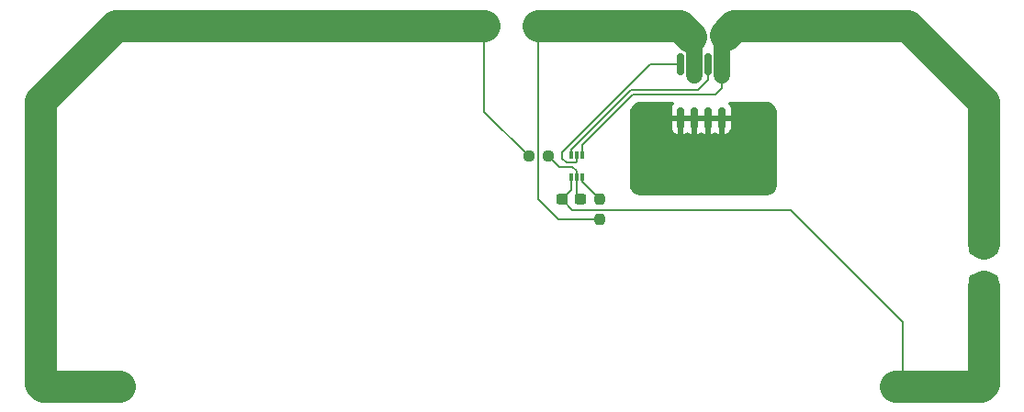
<source format=gtl>
%TF.GenerationSoftware,KiCad,Pcbnew,(6.0.7)*%
%TF.CreationDate,2022-08-26T02:07:21+09:00*%
%TF.ProjectId,CellProtection_S82M1A,43656c6c-5072-46f7-9465-6374696f6e5f,rev?*%
%TF.SameCoordinates,Original*%
%TF.FileFunction,Copper,L1,Top*%
%TF.FilePolarity,Positive*%
%FSLAX46Y46*%
G04 Gerber Fmt 4.6, Leading zero omitted, Abs format (unit mm)*
G04 Created by KiCad (PCBNEW (6.0.7)) date 2022-08-26 02:07:21*
%MOMM*%
%LPD*%
G01*
G04 APERTURE LIST*
G04 Aperture macros list*
%AMRoundRect*
0 Rectangle with rounded corners*
0 $1 Rounding radius*
0 $2 $3 $4 $5 $6 $7 $8 $9 X,Y pos of 4 corners*
0 Add a 4 corners polygon primitive as box body*
4,1,4,$2,$3,$4,$5,$6,$7,$8,$9,$2,$3,0*
0 Add four circle primitives for the rounded corners*
1,1,$1+$1,$2,$3*
1,1,$1+$1,$4,$5*
1,1,$1+$1,$6,$7*
1,1,$1+$1,$8,$9*
0 Add four rect primitives between the rounded corners*
20,1,$1+$1,$2,$3,$4,$5,0*
20,1,$1+$1,$4,$5,$6,$7,0*
20,1,$1+$1,$6,$7,$8,$9,0*
20,1,$1+$1,$8,$9,$2,$3,0*%
G04 Aperture macros list end*
%TA.AperFunction,SMDPad,CuDef*%
%ADD10R,0.300000X0.660000*%
%TD*%
%TA.AperFunction,SMDPad,CuDef*%
%ADD11R,0.300000X0.680000*%
%TD*%
%TA.AperFunction,SMDPad,CuDef*%
%ADD12RoundRect,0.237500X-0.237500X0.250000X-0.237500X-0.250000X0.237500X-0.250000X0.237500X0.250000X0*%
%TD*%
%TA.AperFunction,SMDPad,CuDef*%
%ADD13RoundRect,0.150000X-0.150000X0.825000X-0.150000X-0.825000X0.150000X-0.825000X0.150000X0.825000X0*%
%TD*%
%TA.AperFunction,ComponentPad*%
%ADD14C,2.082800*%
%TD*%
%TA.AperFunction,ComponentPad*%
%ADD15R,1.500000X1.500000*%
%TD*%
%TA.AperFunction,SMDPad,CuDef*%
%ADD16RoundRect,0.237500X0.300000X0.237500X-0.300000X0.237500X-0.300000X-0.237500X0.300000X-0.237500X0*%
%TD*%
%TA.AperFunction,SMDPad,CuDef*%
%ADD17RoundRect,0.250000X-1.075000X0.400000X-1.075000X-0.400000X1.075000X-0.400000X1.075000X0.400000X0*%
%TD*%
%TA.AperFunction,SMDPad,CuDef*%
%ADD18RoundRect,0.237500X0.250000X0.237500X-0.250000X0.237500X-0.250000X-0.237500X0.250000X-0.237500X0*%
%TD*%
%TA.AperFunction,ViaPad*%
%ADD19C,0.600000*%
%TD*%
%TA.AperFunction,Conductor*%
%ADD20C,3.000000*%
%TD*%
%TA.AperFunction,Conductor*%
%ADD21C,0.200000*%
%TD*%
%TA.AperFunction,Conductor*%
%ADD22C,1.500000*%
%TD*%
G04 APERTURE END LIST*
D10*
%TO.P,U1,1,VINI*%
%TO.N,Net-(Q1-Pad1)*%
X151500000Y-80930000D03*
%TO.P,U1,2,CO*%
%TO.N,Net-(Q1-Pad4)*%
X151000000Y-80930000D03*
%TO.P,U1,3,DO*%
%TO.N,Net-(Q1-Pad2)*%
X150500000Y-80930000D03*
D11*
%TO.P,U1,4,VSS*%
%TO.N,Net-(BT1-Pad2)*%
X150500000Y-82960000D03*
%TO.P,U1,5,VDD*%
%TO.N,Net-(C1-Pad1)*%
X151000000Y-82960000D03*
%TO.P,U1,6,VM*%
%TO.N,Net-(R2-Pad1)*%
X151500000Y-82960000D03*
%TD*%
D12*
%TO.P,R2,1*%
%TO.N,Net-(R2-Pad1)*%
X153100000Y-84987500D03*
%TO.P,R2,2*%
%TO.N,Net-(Q1-Pad3)*%
X153100000Y-86812500D03*
%TD*%
D13*
%TO.P,Q1,1,S1*%
%TO.N,Net-(Q1-Pad1)*%
X164405000Y-72525000D03*
%TO.P,Q1,2,G1*%
%TO.N,Net-(Q1-Pad2)*%
X163135000Y-72525000D03*
%TO.P,Q1,3,S2*%
%TO.N,Net-(Q1-Pad3)*%
X161865000Y-72525000D03*
%TO.P,Q1,4,G2*%
%TO.N,Net-(Q1-Pad4)*%
X160595000Y-72525000D03*
%TO.P,Q1,5,D2*%
%TO.N,Net-(Q1-Pad5)*%
X160595000Y-77475000D03*
%TO.P,Q1,6,D2*%
X161865000Y-77475000D03*
%TO.P,Q1,7,D1*%
X163135000Y-77475000D03*
%TO.P,Q1,8,D1*%
X164405000Y-77475000D03*
%TD*%
D14*
%TO.P,BT1,1,+*%
%TO.N,Net-(BT1-Pad1)*%
X108849350Y-102200000D03*
%TO.P,BT1,2,-*%
%TO.N,Net-(BT1-Pad2)*%
X181112350Y-102200000D03*
%TD*%
D15*
%TO.P,TP4,1,1*%
%TO.N,Net-(Q1-Pad3)*%
X147500000Y-69000000D03*
%TD*%
D16*
%TO.P,C1,1*%
%TO.N,Net-(C1-Pad1)*%
X151362500Y-85000000D03*
%TO.P,C1,2*%
%TO.N,Net-(BT1-Pad2)*%
X149637500Y-85000000D03*
%TD*%
D15*
%TO.P,TP2,1,1*%
%TO.N,Net-(BT1-Pad2)*%
X188500000Y-102000000D03*
%TD*%
%TO.P,TP3,1,1*%
%TO.N,Net-(BT1-Pad1)*%
X142500000Y-69000000D03*
%TD*%
D17*
%TO.P,R3,1*%
%TO.N,Net-(Q1-Pad1)*%
X188500000Y-89450000D03*
%TO.P,R3,2*%
%TO.N,Net-(BT1-Pad2)*%
X188500000Y-92550000D03*
%TD*%
D18*
%TO.P,R1,1*%
%TO.N,Net-(C1-Pad1)*%
X148412500Y-81000000D03*
%TO.P,R1,2*%
%TO.N,Net-(BT1-Pad1)*%
X146587500Y-81000000D03*
%TD*%
D15*
%TO.P,TP1,1,1*%
%TO.N,Net-(BT1-Pad1)*%
X101600000Y-102000000D03*
%TD*%
D19*
%TO.N,Net-(Q1-Pad5)*%
X164500000Y-81000000D03*
X164500000Y-83000000D03*
X162500000Y-81000000D03*
X162500000Y-83000000D03*
X160500000Y-81000000D03*
X160500000Y-83000000D03*
X168500000Y-77000000D03*
X168500000Y-81000000D03*
X168500000Y-83000000D03*
X168500000Y-79000000D03*
X166500000Y-77000000D03*
X166500000Y-81000000D03*
X166500000Y-83000000D03*
X166500000Y-79000000D03*
X158500000Y-77000000D03*
X158500000Y-81000000D03*
X158500000Y-83000000D03*
X158500000Y-79000000D03*
X156500000Y-83000000D03*
X156500000Y-81000000D03*
X156500000Y-79000000D03*
X156500000Y-77000000D03*
%TD*%
D20*
%TO.N,Net-(BT1-Pad2)*%
X188500000Y-102000000D02*
X188500000Y-93000000D01*
%TO.N,Net-(Q1-Pad1)*%
X188500000Y-89000000D02*
X188500000Y-76000000D01*
X181500000Y-69000000D02*
X165500000Y-69000000D01*
X165500000Y-69000000D02*
X164700000Y-69800000D01*
X188500000Y-76000000D02*
X181500000Y-69000000D01*
D21*
%TO.N,Net-(BT1-Pad2)*%
X150637500Y-86000000D02*
X170782454Y-86000000D01*
X170782454Y-86000000D02*
X181112350Y-96329895D01*
X181112350Y-96329895D02*
X181112350Y-102200000D01*
X149637500Y-85000000D02*
X150637500Y-86000000D01*
%TO.N,Net-(Q1-Pad1)*%
X156181372Y-75300000D02*
X163800000Y-75300000D01*
X151500000Y-79981372D02*
X156181372Y-75300000D01*
X151500000Y-80930000D02*
X151500000Y-79981372D01*
X163800000Y-75300000D02*
X164405000Y-74695000D01*
X164405000Y-74695000D02*
X164405000Y-72525000D01*
%TO.N,Net-(Q1-Pad3)*%
X149312500Y-86812500D02*
X147500000Y-85000000D01*
X153100000Y-86812500D02*
X149312500Y-86812500D01*
%TO.N,Net-(R2-Pad1)*%
X151500000Y-83387500D02*
X153100000Y-84987500D01*
X151500000Y-82960000D02*
X151500000Y-83387500D01*
%TO.N,Net-(BT1-Pad1)*%
X142500000Y-76912500D02*
X142500000Y-69000000D01*
X146587500Y-81000000D02*
X142500000Y-76912500D01*
%TO.N,Net-(C1-Pad1)*%
X150630000Y-82000000D02*
X151000000Y-82370000D01*
X149412500Y-82000000D02*
X150630000Y-82000000D01*
X148412500Y-81000000D02*
X149412500Y-82000000D01*
X151000000Y-84637500D02*
X151362500Y-85000000D01*
X151000000Y-82960000D02*
X151000000Y-84637500D01*
%TO.N,Net-(BT1-Pad2)*%
X150500000Y-84137500D02*
X149637500Y-85000000D01*
X150500000Y-82960000D02*
X150500000Y-84137500D01*
%TO.N,Net-(Q1-Pad2)*%
X162200000Y-74900000D02*
X163135000Y-73965000D01*
X156015686Y-74900000D02*
X162200000Y-74900000D01*
X150500000Y-80415686D02*
X156015686Y-74900000D01*
X150500000Y-80930000D02*
X150500000Y-80415686D01*
X163135000Y-73965000D02*
X163135000Y-72525000D01*
%TO.N,Net-(Q1-Pad4)*%
X157825000Y-72525000D02*
X160595000Y-72525000D01*
X149700000Y-81200000D02*
X149700000Y-80650000D01*
X150910000Y-81600000D02*
X150100000Y-81600000D01*
X150100000Y-81600000D02*
X149700000Y-81200000D01*
X151000000Y-81510000D02*
X150910000Y-81600000D01*
X151000000Y-80930000D02*
X151000000Y-81510000D01*
X149700000Y-80650000D02*
X157825000Y-72525000D01*
D20*
%TO.N,Net-(BT1-Pad1)*%
X101800000Y-102200000D02*
X101600000Y-102000000D01*
X101600000Y-102000000D02*
X101600000Y-75900000D01*
X101600000Y-75900000D02*
X108500000Y-69000000D01*
X108849350Y-102200000D02*
X101800000Y-102200000D01*
X108500000Y-69000000D02*
X142500000Y-69000000D01*
%TO.N,Net-(BT1-Pad2)*%
X180400000Y-102200000D02*
X188300000Y-102200000D01*
X188300000Y-102200000D02*
X188500000Y-102000000D01*
D21*
%TO.N,Net-(C1-Pad1)*%
X151000000Y-82960000D02*
X151000000Y-82370000D01*
D22*
%TO.N,Net-(Q1-Pad1)*%
X164405000Y-70295000D02*
X164405000Y-73525000D01*
%TO.N,Net-(Q1-Pad3)*%
X161865000Y-73525000D02*
X161865000Y-70365000D01*
D21*
X147500000Y-69000000D02*
X147500000Y-85000000D01*
D20*
X160500000Y-69000000D02*
X161500000Y-70000000D01*
X147500000Y-69000000D02*
X160500000Y-69000000D01*
%TD*%
%TA.AperFunction,Conductor*%
%TO.N,Net-(Q1-Pad5)*%
G36*
X159928378Y-76020002D02*
G01*
X159974871Y-76073658D01*
X159984975Y-76143932D01*
X159955481Y-76208512D01*
X159949352Y-76215095D01*
X159926551Y-76237896D01*
X159916911Y-76250322D01*
X159840352Y-76379779D01*
X159834107Y-76394210D01*
X159791731Y-76540065D01*
X159789430Y-76552667D01*
X159787193Y-76581084D01*
X159787000Y-76586014D01*
X159787000Y-77202885D01*
X159791475Y-77218124D01*
X159792865Y-77219329D01*
X159800548Y-77221000D01*
X165194884Y-77221000D01*
X165210123Y-77216525D01*
X165211328Y-77215135D01*
X165212999Y-77207452D01*
X165212999Y-76586017D01*
X165212805Y-76581080D01*
X165210570Y-76552664D01*
X165208270Y-76540069D01*
X165165893Y-76394210D01*
X165159648Y-76379779D01*
X165083089Y-76250322D01*
X165073449Y-76237896D01*
X165050648Y-76215095D01*
X165016622Y-76152783D01*
X165021687Y-76081968D01*
X165064234Y-76025132D01*
X165130754Y-76000321D01*
X165139743Y-76000000D01*
X168493813Y-76000000D01*
X168506163Y-76000607D01*
X168682740Y-76017999D01*
X168706957Y-76022815D01*
X168870809Y-76072518D01*
X168893629Y-76081971D01*
X169044631Y-76162683D01*
X169065158Y-76176399D01*
X169197521Y-76285026D01*
X169214974Y-76302479D01*
X169323601Y-76434842D01*
X169337319Y-76455372D01*
X169418029Y-76606371D01*
X169427482Y-76629190D01*
X169477185Y-76793043D01*
X169482002Y-76817263D01*
X169499393Y-76993837D01*
X169500000Y-77006187D01*
X169500000Y-83593813D01*
X169499393Y-83606163D01*
X169482002Y-83782737D01*
X169477185Y-83806957D01*
X169427482Y-83970809D01*
X169418029Y-83993629D01*
X169337319Y-84144628D01*
X169323601Y-84165158D01*
X169214974Y-84297521D01*
X169197521Y-84314974D01*
X169065158Y-84423601D01*
X169044631Y-84437317D01*
X168952417Y-84486607D01*
X168893629Y-84518029D01*
X168870810Y-84527482D01*
X168706957Y-84577185D01*
X168682740Y-84582001D01*
X168506163Y-84599393D01*
X168493813Y-84600000D01*
X156906187Y-84600000D01*
X156893837Y-84599393D01*
X156717260Y-84582001D01*
X156693043Y-84577185D01*
X156529190Y-84527482D01*
X156506371Y-84518029D01*
X156447583Y-84486607D01*
X156355369Y-84437317D01*
X156334842Y-84423601D01*
X156202479Y-84314974D01*
X156185026Y-84297521D01*
X156076399Y-84165158D01*
X156062681Y-84144628D01*
X155981971Y-83993629D01*
X155972518Y-83970809D01*
X155922815Y-83806957D01*
X155917998Y-83782737D01*
X155900607Y-83606163D01*
X155900000Y-83593813D01*
X155900000Y-78363984D01*
X159787001Y-78363984D01*
X159787195Y-78368920D01*
X159789430Y-78397336D01*
X159791730Y-78409931D01*
X159834107Y-78555790D01*
X159840352Y-78570221D01*
X159916911Y-78699678D01*
X159926551Y-78712104D01*
X160032896Y-78818449D01*
X160045322Y-78828089D01*
X160174779Y-78904648D01*
X160189210Y-78910893D01*
X160323605Y-78949939D01*
X160337706Y-78949899D01*
X160341000Y-78942630D01*
X160341000Y-78936878D01*
X160849000Y-78936878D01*
X160852973Y-78950409D01*
X160860871Y-78951544D01*
X161000790Y-78910893D01*
X161015221Y-78904648D01*
X161144678Y-78828088D01*
X161152770Y-78821811D01*
X161218854Y-78795861D01*
X161288477Y-78809759D01*
X161307230Y-78821811D01*
X161315322Y-78828088D01*
X161444779Y-78904648D01*
X161459210Y-78910893D01*
X161593605Y-78949939D01*
X161607706Y-78949899D01*
X161611000Y-78942630D01*
X161611000Y-78936878D01*
X162119000Y-78936878D01*
X162122973Y-78950409D01*
X162130871Y-78951544D01*
X162270790Y-78910893D01*
X162285221Y-78904648D01*
X162414678Y-78828088D01*
X162422770Y-78821811D01*
X162488854Y-78795861D01*
X162558477Y-78809759D01*
X162577230Y-78821811D01*
X162585322Y-78828088D01*
X162714779Y-78904648D01*
X162729210Y-78910893D01*
X162863605Y-78949939D01*
X162877706Y-78949899D01*
X162881000Y-78942630D01*
X162881000Y-78936878D01*
X163389000Y-78936878D01*
X163392973Y-78950409D01*
X163400871Y-78951544D01*
X163540790Y-78910893D01*
X163555221Y-78904648D01*
X163684678Y-78828088D01*
X163692770Y-78821811D01*
X163758854Y-78795861D01*
X163828477Y-78809759D01*
X163847230Y-78821811D01*
X163855322Y-78828088D01*
X163984779Y-78904648D01*
X163999210Y-78910893D01*
X164133605Y-78949939D01*
X164147706Y-78949899D01*
X164151000Y-78942630D01*
X164151000Y-78936878D01*
X164659000Y-78936878D01*
X164662973Y-78950409D01*
X164670871Y-78951544D01*
X164810790Y-78910893D01*
X164825221Y-78904648D01*
X164954678Y-78828089D01*
X164967104Y-78818449D01*
X165073449Y-78712104D01*
X165083089Y-78699678D01*
X165159648Y-78570221D01*
X165165893Y-78555790D01*
X165208269Y-78409935D01*
X165210570Y-78397333D01*
X165212807Y-78368916D01*
X165213000Y-78363986D01*
X165213000Y-77747115D01*
X165208525Y-77731876D01*
X165207135Y-77730671D01*
X165199452Y-77729000D01*
X164677115Y-77729000D01*
X164661876Y-77733475D01*
X164660671Y-77734865D01*
X164659000Y-77742548D01*
X164659000Y-78936878D01*
X164151000Y-78936878D01*
X164151000Y-77747115D01*
X164146525Y-77731876D01*
X164145135Y-77730671D01*
X164137452Y-77729000D01*
X163407115Y-77729000D01*
X163391876Y-77733475D01*
X163390671Y-77734865D01*
X163389000Y-77742548D01*
X163389000Y-78936878D01*
X162881000Y-78936878D01*
X162881000Y-77747115D01*
X162876525Y-77731876D01*
X162875135Y-77730671D01*
X162867452Y-77729000D01*
X162137115Y-77729000D01*
X162121876Y-77733475D01*
X162120671Y-77734865D01*
X162119000Y-77742548D01*
X162119000Y-78936878D01*
X161611000Y-78936878D01*
X161611000Y-77747115D01*
X161606525Y-77731876D01*
X161605135Y-77730671D01*
X161597452Y-77729000D01*
X160867115Y-77729000D01*
X160851876Y-77733475D01*
X160850671Y-77734865D01*
X160849000Y-77742548D01*
X160849000Y-78936878D01*
X160341000Y-78936878D01*
X160341000Y-77747115D01*
X160336525Y-77731876D01*
X160335135Y-77730671D01*
X160327452Y-77729000D01*
X159805116Y-77729000D01*
X159789877Y-77733475D01*
X159788672Y-77734865D01*
X159787001Y-77742548D01*
X159787001Y-78363984D01*
X155900000Y-78363984D01*
X155900000Y-77006187D01*
X155900607Y-76993837D01*
X155917998Y-76817263D01*
X155922815Y-76793043D01*
X155972518Y-76629190D01*
X155981971Y-76606371D01*
X156062681Y-76455372D01*
X156076399Y-76434842D01*
X156185026Y-76302479D01*
X156202479Y-76285026D01*
X156334842Y-76176399D01*
X156355369Y-76162683D01*
X156506371Y-76081971D01*
X156529191Y-76072518D01*
X156693043Y-76022815D01*
X156717260Y-76017999D01*
X156893837Y-76000607D01*
X156906187Y-76000000D01*
X159860257Y-76000000D01*
X159928378Y-76020002D01*
G37*
%TD.AperFunction*%
%TD*%
M02*

</source>
